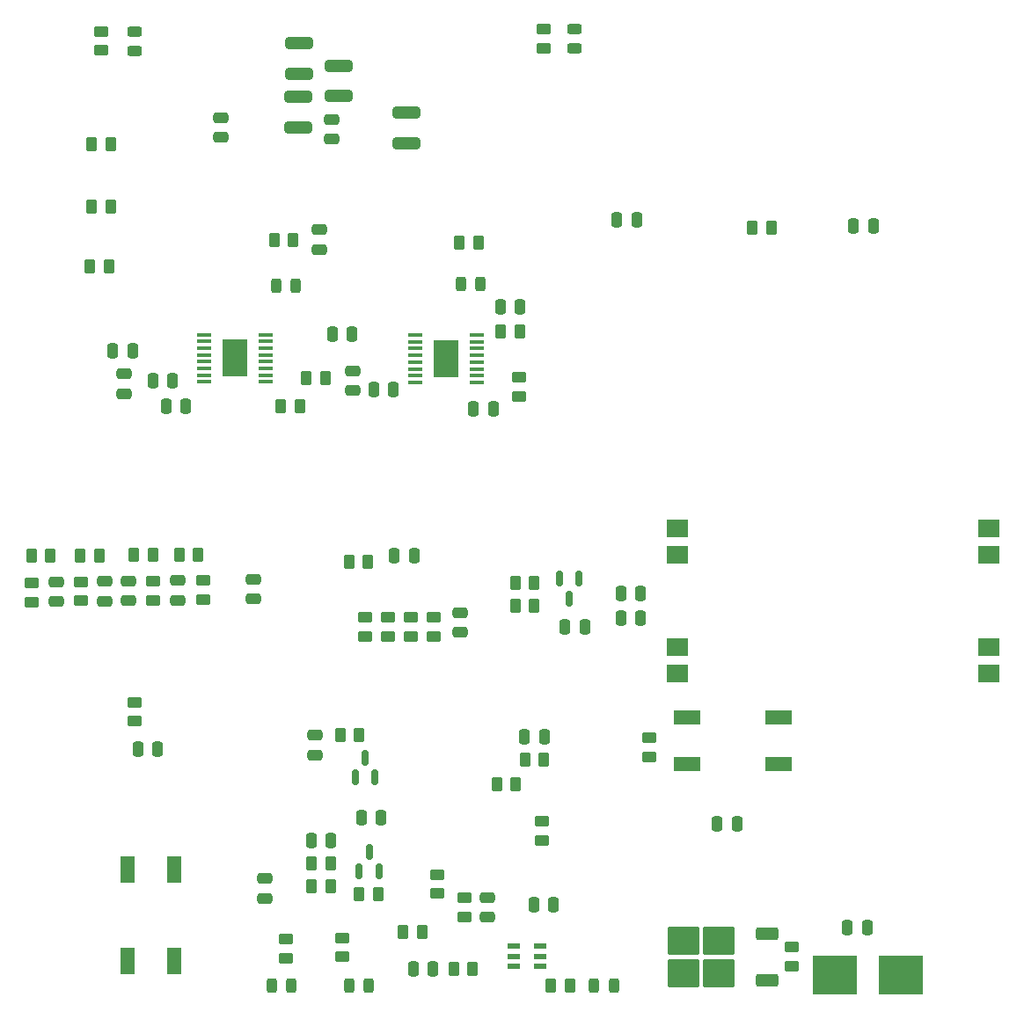
<source format=gtp>
%TF.GenerationSoftware,KiCad,Pcbnew,7.0.11+dfsg-1build4*%
%TF.CreationDate,2024-09-19T14:44:05+02:00*%
%TF.ProjectId,robobot_v85,726f626f-626f-4745-9f76-38352e6b6963,v8.0*%
%TF.SameCoordinates,Original*%
%TF.FileFunction,Paste,Top*%
%TF.FilePolarity,Positive*%
%FSLAX46Y46*%
G04 Gerber Fmt 4.6, Leading zero omitted, Abs format (unit mm)*
G04 Created by KiCad (PCBNEW 7.0.11+dfsg-1build4) date 2024-09-19 14:44:05*
%MOMM*%
%LPD*%
G01*
G04 APERTURE LIST*
G04 Aperture macros list*
%AMRoundRect*
0 Rectangle with rounded corners*
0 $1 Rounding radius*
0 $2 $3 $4 $5 $6 $7 $8 $9 X,Y pos of 4 corners*
0 Add a 4 corners polygon primitive as box body*
4,1,4,$2,$3,$4,$5,$6,$7,$8,$9,$2,$3,0*
0 Add four circle primitives for the rounded corners*
1,1,$1+$1,$2,$3*
1,1,$1+$1,$4,$5*
1,1,$1+$1,$6,$7*
1,1,$1+$1,$8,$9*
0 Add four rect primitives between the rounded corners*
20,1,$1+$1,$2,$3,$4,$5,0*
20,1,$1+$1,$4,$5,$6,$7,0*
20,1,$1+$1,$6,$7,$8,$9,0*
20,1,$1+$1,$8,$9,$2,$3,0*%
G04 Aperture macros list end*
%ADD10RoundRect,0.250000X-0.250000X-0.475000X0.250000X-0.475000X0.250000X0.475000X-0.250000X0.475000X0*%
%ADD11RoundRect,0.250000X0.262500X0.450000X-0.262500X0.450000X-0.262500X-0.450000X0.262500X-0.450000X0*%
%ADD12RoundRect,0.250000X-0.475000X0.250000X-0.475000X-0.250000X0.475000X-0.250000X0.475000X0.250000X0*%
%ADD13RoundRect,0.243750X-0.456250X0.243750X-0.456250X-0.243750X0.456250X-0.243750X0.456250X0.243750X0*%
%ADD14RoundRect,0.250000X-1.075000X0.312500X-1.075000X-0.312500X1.075000X-0.312500X1.075000X0.312500X0*%
%ADD15RoundRect,0.243750X0.243750X0.456250X-0.243750X0.456250X-0.243750X-0.456250X0.243750X-0.456250X0*%
%ADD16RoundRect,0.250000X0.450000X-0.262500X0.450000X0.262500X-0.450000X0.262500X-0.450000X-0.262500X0*%
%ADD17RoundRect,0.150000X0.150000X-0.587500X0.150000X0.587500X-0.150000X0.587500X-0.150000X-0.587500X0*%
%ADD18RoundRect,0.250000X0.250000X0.475000X-0.250000X0.475000X-0.250000X-0.475000X0.250000X-0.475000X0*%
%ADD19RoundRect,0.250000X1.075000X-0.312500X1.075000X0.312500X-1.075000X0.312500X-1.075000X-0.312500X0*%
%ADD20RoundRect,0.250000X-0.262500X-0.450000X0.262500X-0.450000X0.262500X0.450000X-0.262500X0.450000X0*%
%ADD21RoundRect,0.250000X-0.450000X0.262500X-0.450000X-0.262500X0.450000X-0.262500X0.450000X0.262500X0*%
%ADD22R,4.240000X3.810000*%
%ADD23R,1.475000X0.450000*%
%ADD24R,2.460000X3.550000*%
%ADD25R,2.000000X1.800000*%
%ADD26RoundRect,0.250000X0.475000X-0.250000X0.475000X0.250000X-0.475000X0.250000X-0.475000X-0.250000X0*%
%ADD27RoundRect,0.250000X0.850000X0.350000X-0.850000X0.350000X-0.850000X-0.350000X0.850000X-0.350000X0*%
%ADD28RoundRect,0.250000X1.275000X1.125000X-1.275000X1.125000X-1.275000X-1.125000X1.275000X-1.125000X0*%
%ADD29R,1.400000X2.500000*%
%ADD30R,2.500000X1.400000*%
%ADD31RoundRect,0.150000X-0.150000X0.587500X-0.150000X-0.587500X0.150000X-0.587500X0.150000X0.587500X0*%
%ADD32R,1.150000X0.600000*%
G04 APERTURE END LIST*
D10*
X113173188Y-128588015D03*
X115073188Y-128588015D03*
D11*
X104725913Y-109997739D03*
X102900913Y-109997739D03*
D12*
X146800000Y-142875000D03*
X146800000Y-144775000D03*
D11*
X149912500Y-88400000D03*
X148087500Y-88400000D03*
D13*
X112800000Y-59462500D03*
X112800000Y-61337500D03*
D11*
X135312500Y-110600000D03*
X133487500Y-110600000D03*
D14*
X128609597Y-65802354D03*
X128609597Y-68727354D03*
D15*
X127937500Y-151400000D03*
X126062500Y-151400000D03*
D12*
X121133276Y-67786415D03*
X121133276Y-69686415D03*
D16*
X141598840Y-117752500D03*
X141598840Y-115927500D03*
D17*
X134050000Y-131337500D03*
X135950000Y-131337500D03*
X135000000Y-129462500D03*
D10*
X139650000Y-149800000D03*
X141550000Y-149800000D03*
D16*
X142000000Y-142512500D03*
X142000000Y-140687500D03*
D18*
X116475000Y-93075000D03*
X114575000Y-93075000D03*
D19*
X132518506Y-65726780D03*
X132518506Y-62801780D03*
D20*
X112774756Y-109891660D03*
X114599756Y-109891660D03*
D16*
X176060100Y-149477100D03*
X176060100Y-147652100D03*
D21*
X114599756Y-112429314D03*
X114599756Y-114254314D03*
X162400000Y-127487500D03*
X162400000Y-129312500D03*
D18*
X133750000Y-88600000D03*
X131850000Y-88600000D03*
X112625000Y-90275000D03*
X110725000Y-90275000D03*
D10*
X159250000Y-77600000D03*
X161150000Y-77600000D03*
D16*
X152000000Y-137400000D03*
X152000000Y-135575000D03*
D10*
X150362500Y-127400000D03*
X152262500Y-127400000D03*
D16*
X112877776Y-125888418D03*
X112877776Y-124063418D03*
D12*
X105338668Y-112485044D03*
X105338668Y-114385044D03*
D18*
X156150000Y-116800000D03*
X154250000Y-116800000D03*
D10*
X168900000Y-135800000D03*
X170800000Y-135800000D03*
D12*
X112273572Y-112415830D03*
X112273572Y-114315830D03*
D11*
X110548325Y-76340181D03*
X108723325Y-76340181D03*
D22*
X180241100Y-150342600D03*
X186611100Y-150342600D03*
D18*
X161550000Y-113600000D03*
X159650000Y-113600000D03*
D20*
X149487500Y-114800000D03*
X151312500Y-114800000D03*
D12*
X131829424Y-67961272D03*
X131829424Y-69861272D03*
D14*
X128653100Y-60608949D03*
X128653100Y-63533949D03*
D23*
X145738000Y-93275000D03*
X145738000Y-92625000D03*
X145738000Y-91975000D03*
X145738000Y-91325000D03*
X145738000Y-90675000D03*
X145738000Y-90025000D03*
X145738000Y-89375000D03*
X145738000Y-88725000D03*
X139862000Y-88725000D03*
X139862000Y-89375000D03*
X139862000Y-90025000D03*
X139862000Y-90675000D03*
X139862000Y-91325000D03*
X139862000Y-91975000D03*
X139862000Y-92625000D03*
X139862000Y-93275000D03*
D24*
X142800000Y-91000000D03*
D13*
X155200000Y-59262500D03*
X155200000Y-61137500D03*
D25*
X195086000Y-121300000D03*
X195086000Y-118760000D03*
X195086000Y-109840000D03*
X195086000Y-107300000D03*
X165086000Y-121300000D03*
X165086000Y-118760000D03*
X165086000Y-109840000D03*
X165086000Y-107300000D03*
D21*
X152200000Y-59287500D03*
X152200000Y-61112500D03*
D15*
X135337500Y-151400000D03*
X133462500Y-151400000D03*
D12*
X109927593Y-112439728D03*
X109927593Y-114339728D03*
D18*
X136550000Y-135200000D03*
X134650000Y-135200000D03*
D15*
X128337500Y-83943750D03*
X126462500Y-83943750D03*
D11*
X136262500Y-142600000D03*
X134437500Y-142600000D03*
D21*
X102928688Y-112591694D03*
X102928688Y-114416694D03*
D26*
X111800000Y-94350000D03*
X111800000Y-92450000D03*
D10*
X181450000Y-145800000D03*
X183350000Y-145800000D03*
D21*
X107666026Y-112494275D03*
X107666026Y-114319275D03*
D20*
X117129712Y-109917179D03*
X118954712Y-109917179D03*
D18*
X149936306Y-85983635D03*
X148036306Y-85983635D03*
D11*
X145362500Y-149800000D03*
X143537500Y-149800000D03*
D18*
X161550000Y-116000000D03*
X159650000Y-116000000D03*
D23*
X125413000Y-93225000D03*
X125413000Y-92575000D03*
X125413000Y-91925000D03*
X125413000Y-91275000D03*
X125413000Y-90625000D03*
X125413000Y-89975000D03*
X125413000Y-89325000D03*
X125413000Y-88675000D03*
X119537000Y-88675000D03*
X119537000Y-89325000D03*
X119537000Y-89975000D03*
X119537000Y-90625000D03*
X119537000Y-91275000D03*
X119537000Y-91925000D03*
X119537000Y-92575000D03*
X119537000Y-93225000D03*
D24*
X122475000Y-90950000D03*
D11*
X145912500Y-79800000D03*
X144087500Y-79800000D03*
D20*
X138687500Y-146200000D03*
X140512500Y-146200000D03*
D16*
X127400000Y-148712500D03*
X127400000Y-146887500D03*
D11*
X110548325Y-70313233D03*
X108723325Y-70313233D03*
D16*
X139406323Y-117752500D03*
X139406323Y-115927500D03*
D10*
X115850000Y-95600000D03*
X117750000Y-95600000D03*
D20*
X129887500Y-141800000D03*
X131712500Y-141800000D03*
D26*
X133800000Y-94075000D03*
X133800000Y-92175000D03*
D15*
X158937500Y-151400000D03*
X157062500Y-151400000D03*
D11*
X149512500Y-132000000D03*
X147687500Y-132000000D03*
D14*
X138970819Y-67292876D03*
X138970819Y-70217876D03*
D27*
X173680180Y-150895874D03*
D28*
X169055180Y-150140874D03*
X169055180Y-147090874D03*
X165705180Y-150140874D03*
X165705180Y-147090874D03*
D27*
X173680180Y-146335874D03*
D26*
X144200000Y-117350000D03*
X144200000Y-115450000D03*
D18*
X139750000Y-110000000D03*
X137850000Y-110000000D03*
D20*
X126887500Y-95600000D03*
X128712500Y-95600000D03*
D21*
X119463594Y-112338684D03*
X119463594Y-114163684D03*
D11*
X134437500Y-127200000D03*
X132612500Y-127200000D03*
D18*
X153150000Y-143600000D03*
X151250000Y-143600000D03*
D11*
X110380910Y-82116006D03*
X108555910Y-82116006D03*
X152225000Y-129600000D03*
X150400000Y-129600000D03*
D29*
X112150000Y-140200000D03*
X112150000Y-149000000D03*
X116650000Y-140200000D03*
X116650000Y-149000000D03*
D30*
X166000000Y-130050000D03*
X174800000Y-130050000D03*
X166000000Y-125550000D03*
X174800000Y-125550000D03*
D11*
X109446253Y-109997739D03*
X107621253Y-109997739D03*
D16*
X137213807Y-117752500D03*
X137213807Y-115927500D03*
D12*
X116956973Y-112344968D03*
X116956973Y-114244968D03*
D20*
X126287500Y-79543750D03*
X128112500Y-79543750D03*
D16*
X149800000Y-94625000D03*
X149800000Y-92800000D03*
D12*
X124240645Y-112250281D03*
X124240645Y-114150281D03*
D16*
X132800000Y-148600000D03*
X132800000Y-146775000D03*
D11*
X174112500Y-78400000D03*
X172287500Y-78400000D03*
D31*
X155600000Y-112200000D03*
X153700000Y-112200000D03*
X154650000Y-114075000D03*
D12*
X130650395Y-78567739D03*
X130650395Y-80467739D03*
D11*
X154712500Y-151400000D03*
X152887500Y-151400000D03*
D10*
X182050000Y-78200000D03*
X183950000Y-78200000D03*
D12*
X125400000Y-141050000D03*
X125400000Y-142950000D03*
D10*
X145450000Y-95800000D03*
X147350000Y-95800000D03*
D16*
X135021291Y-117752500D03*
X135021291Y-115927500D03*
D11*
X131712500Y-139600000D03*
X129887500Y-139600000D03*
X131200000Y-92875000D03*
X129375000Y-92875000D03*
D17*
X134450000Y-140400000D03*
X136350000Y-140400000D03*
X135400000Y-138525000D03*
D21*
X109600000Y-59487500D03*
X109600000Y-61312500D03*
D16*
X144600000Y-144737500D03*
X144600000Y-142912500D03*
D20*
X149487500Y-112600000D03*
X151312500Y-112600000D03*
D10*
X129850000Y-137400000D03*
X131750000Y-137400000D03*
D32*
X149350000Y-147600000D03*
X149350000Y-148550000D03*
X149350000Y-149500000D03*
X151850000Y-149500000D03*
X151850000Y-148550000D03*
X151850000Y-147600000D03*
D12*
X130200000Y-127250000D03*
X130200000Y-129150000D03*
D15*
X146137500Y-83800000D03*
X144262500Y-83800000D03*
D18*
X137750000Y-93925000D03*
X135850000Y-93925000D03*
M02*

</source>
